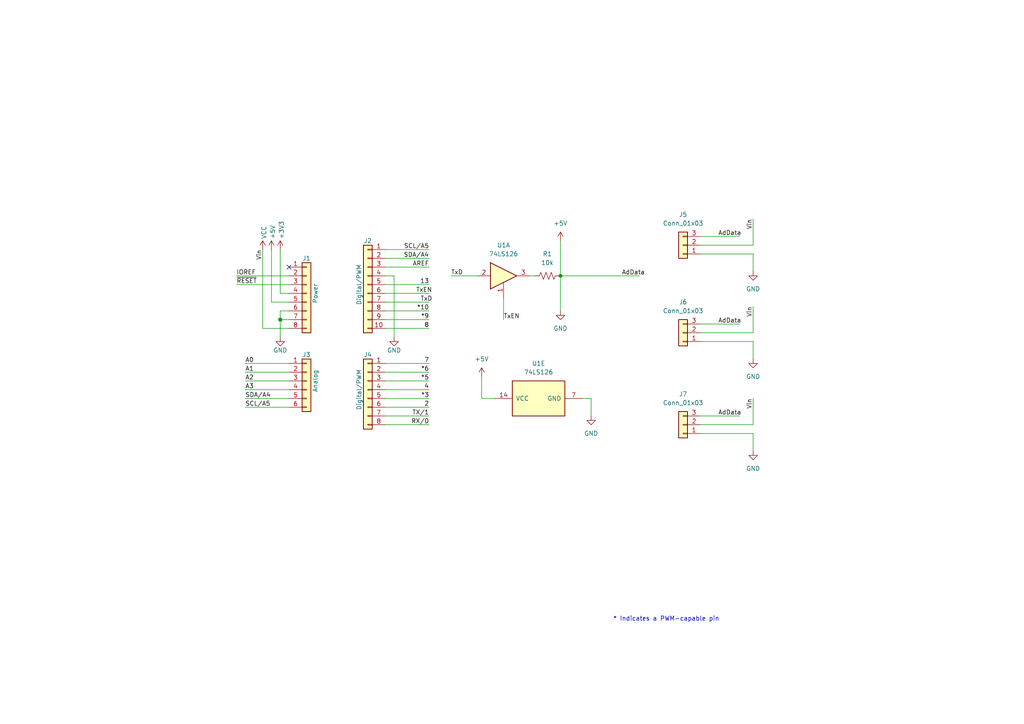
<source format=kicad_sch>
(kicad_sch (version 20211123) (generator eeschema)
  (paper "A4")
  (title_block (date "mar. 31 mars 2015"))
  (lib_symbols
    (symbol "74xx:74LS126" (pin_names (offset 1.016))
      (property "Reference" "U" (at 0 1.27 0))
      (property "Value" "74LS126" (at 0 -1.27 0))
      (symbol "74LS126_1_0"
        (polyline (pts (xy -3.81 3.81) (xy -3.81 -3.81) (xy 3.81 0) (xy -3.81 3.81)) (stroke (width 0.254)) (fill (type background)))
        (pin input line (at 0 -6.35 90) (length 4.445) (name "~") (number "1"))
        (pin input line (at -7.62 0 0) (length 3.81) (name "~") (number "2"))
        (pin tri_state line (at 7.62 0 180) (length 3.81) (name "~") (number "3"))
      )
      (symbol "74LS126_2_0"
        (polyline (pts (xy -3.81 3.81) (xy -3.81 -3.81) (xy 3.81 0) (xy -3.81 3.81)) (stroke (width 0.254)) (fill (type background)))
        (pin input line (at 0 -6.35 90) (length 4.445) (name "~") (number "4"))
        (pin input line (at -7.62 0 0) (length 3.81) (name "~") (number "5"))
        (pin tri_state line (at 7.62 0 180) (length 3.81) (name "~") (number "6"))
      )
      (symbol "74LS126_3_0"
        (polyline (pts (xy -3.81 3.81) (xy -3.81 -3.81) (xy 3.81 0) (xy -3.81 3.81)) (stroke (width 0.254)) (fill (type background)))
        (pin input line (at 0 -6.35 90) (length 4.445) (name "~") (number "10"))
        (pin tri_state line (at 7.62 0 180) (length 3.81) (name "~") (number "8"))
        (pin input line (at -7.62 0 0) (length 3.81) (name "~") (number "9"))
      )
      (symbol "74LS126_4_0"
        (polyline (pts (xy -3.81 3.81) (xy -3.81 -3.81) (xy 3.81 0) (xy -3.81 3.81)) (stroke (width 0.254)) (fill (type background)))
        (pin tri_state line (at 7.62 0 180) (length 3.81) (name "~") (number "11"))
        (pin input line (at -7.62 0 0) (length 3.81) (name "~") (number "12"))
        (pin input line (at 0 -6.35 90) (length 4.445) (name "~") (number "13"))
      )
      (symbol "74LS126_5_0"
        (pin power_in line (at 0 12.7 270) (length 5.08) (name "VCC") (number "14"))
        (pin power_in line (at 0 -12.7 90) (length 5.08) (name "GND") (number "7"))
      )
      (symbol "74LS126_5_1"
        (rectangle (start -5.08 7.62) (end 5.08 -7.62) (stroke (width 0.254)) (fill (type background)))
      )
    )
    (symbol "Connector_Generic:Conn_01x03" (pin_names (offset 1.016) hide)
      (property "Reference" "J" (at 0 5.08 0))
      (property "Value" "Conn_01x03" (at 0 -5.08 0))
      (symbol "Conn_01x03_1_1"
        (rectangle (start -1.27 -2.413) (end 0 -2.667) (stroke (width 0.1524)))
        (rectangle (start -1.27 0.127) (end 0 -0.127) (stroke (width 0.1524)))
        (rectangle (start -1.27 2.667) (end 0 2.413) (stroke (width 0.1524)))
        (rectangle (start -1.27 3.81) (end 1.27 -3.81) (stroke (width 0.254)) (fill (type background)))
        (pin passive line (at -5.08 2.54 0) (length 3.81) (name "Pin_1") (number "1"))
        (pin passive line (at -5.08 0 0) (length 3.81) (name "Pin_2") (number "2"))
        (pin passive line (at -5.08 -2.54 0) (length 3.81) (name "Pin_3") (number "3"))
      )
    )
    (symbol "Connector_Generic:Conn_01x06" (pin_names (offset 1.016) hide)
      (property "Reference" "J" (at 0 7.62 0))
      (property "Value" "Conn_01x06" (at 0 -10.16 0))
      (symbol "Conn_01x06_1_1"
        (rectangle (start -1.27 -7.493) (end 0 -7.747) (stroke (width 0.1524)))
        (rectangle (start -1.27 -4.953) (end 0 -5.207) (stroke (width 0.1524)))
        (rectangle (start -1.27 -2.413) (end 0 -2.667) (stroke (width 0.1524)))
        (rectangle (start -1.27 0.127) (end 0 -0.127) (stroke (width 0.1524)))
        (rectangle (start -1.27 2.667) (end 0 2.413) (stroke (width 0.1524)))
        (rectangle (start -1.27 5.207) (end 0 4.953) (stroke (width 0.1524)))
        (rectangle (start -1.27 6.35) (end 1.27 -8.89) (stroke (width 0.254)) (fill (type background)))
        (pin passive line (at -5.08 5.08 0) (length 3.81) (name "Pin_1") (number "1"))
        (pin passive line (at -5.08 2.54 0) (length 3.81) (name "Pin_2") (number "2"))
        (pin passive line (at -5.08 0 0) (length 3.81) (name "Pin_3") (number "3"))
        (pin passive line (at -5.08 -2.54 0) (length 3.81) (name "Pin_4") (number "4"))
        (pin passive line (at -5.08 -5.08 0) (length 3.81) (name "Pin_5") (number "5"))
        (pin passive line (at -5.08 -7.62 0) (length 3.81) (name "Pin_6") (number "6"))
      )
    )
    (symbol "Connector_Generic:Conn_01x08" (pin_names (offset 1.016) hide)
      (property "Reference" "J" (at 0 10.16 0))
      (property "Value" "Conn_01x08" (at 0 -12.7 0))
      (symbol "Conn_01x08_1_1"
        (rectangle (start -1.27 -10.033) (end 0 -10.287) (stroke (width 0.1524)))
        (rectangle (start -1.27 -7.493) (end 0 -7.747) (stroke (width 0.1524)))
        (rectangle (start -1.27 -4.953) (end 0 -5.207) (stroke (width 0.1524)))
        (rectangle (start -1.27 -2.413) (end 0 -2.667) (stroke (width 0.1524)))
        (rectangle (start -1.27 0.127) (end 0 -0.127) (stroke (width 0.1524)))
        (rectangle (start -1.27 2.667) (end 0 2.413) (stroke (width 0.1524)))
        (rectangle (start -1.27 5.207) (end 0 4.953) (stroke (width 0.1524)))
        (rectangle (start -1.27 7.747) (end 0 7.493) (stroke (width 0.1524)))
        (rectangle (start -1.27 8.89) (end 1.27 -11.43) (stroke (width 0.254)) (fill (type background)))
        (pin passive line (at -5.08 7.62 0) (length 3.81) (name "Pin_1") (number "1"))
        (pin passive line (at -5.08 5.08 0) (length 3.81) (name "Pin_2") (number "2"))
        (pin passive line (at -5.08 2.54 0) (length 3.81) (name "Pin_3") (number "3"))
        (pin passive line (at -5.08 0 0) (length 3.81) (name "Pin_4") (number "4"))
        (pin passive line (at -5.08 -2.54 0) (length 3.81) (name "Pin_5") (number "5"))
        (pin passive line (at -5.08 -5.08 0) (length 3.81) (name "Pin_6") (number "6"))
        (pin passive line (at -5.08 -7.62 0) (length 3.81) (name "Pin_7") (number "7"))
        (pin passive line (at -5.08 -10.16 0) (length 3.81) (name "Pin_8") (number "8"))
      )
    )
    (symbol "Connector_Generic:Conn_01x10" (pin_names (offset 1.016) hide)
      (property "Reference" "J" (at 0 12.7 0))
      (property "Value" "Conn_01x10" (at 0 -15.24 0))
      (symbol "Conn_01x10_1_1"
        (rectangle (start -1.27 -12.573) (end 0 -12.827) (stroke (width 0.1524)))
        (rectangle (start -1.27 -10.033) (end 0 -10.287) (stroke (width 0.1524)))
        (rectangle (start -1.27 -7.493) (end 0 -7.747) (stroke (width 0.1524)))
        (rectangle (start -1.27 -4.953) (end 0 -5.207) (stroke (width 0.1524)))
        (rectangle (start -1.27 -2.413) (end 0 -2.667) (stroke (width 0.1524)))
        (rectangle (start -1.27 0.127) (end 0 -0.127) (stroke (width 0.1524)))
        (rectangle (start -1.27 2.667) (end 0 2.413) (stroke (width 0.1524)))
        (rectangle (start -1.27 5.207) (end 0 4.953) (stroke (width 0.1524)))
        (rectangle (start -1.27 7.747) (end 0 7.493) (stroke (width 0.1524)))
        (rectangle (start -1.27 10.287) (end 0 10.033) (stroke (width 0.1524)))
        (rectangle (start -1.27 11.43) (end 1.27 -13.97) (stroke (width 0.254)) (fill (type background)))
        (pin passive line (at -5.08 10.16 0) (length 3.81) (name "Pin_1") (number "1"))
        (pin passive line (at -5.08 -12.7 0) (length 3.81) (name "Pin_10") (number "10"))
        (pin passive line (at -5.08 7.62 0) (length 3.81) (name "Pin_2") (number "2"))
        (pin passive line (at -5.08 5.08 0) (length 3.81) (name "Pin_3") (number "3"))
        (pin passive line (at -5.08 2.54 0) (length 3.81) (name "Pin_4") (number "4"))
        (pin passive line (at -5.08 0 0) (length 3.81) (name "Pin_5") (number "5"))
        (pin passive line (at -5.08 -2.54 0) (length 3.81) (name "Pin_6") (number "6"))
        (pin passive line (at -5.08 -5.08 0) (length 3.81) (name "Pin_7") (number "7"))
        (pin passive line (at -5.08 -7.62 0) (length 3.81) (name "Pin_8") (number "8"))
        (pin passive line (at -5.08 -10.16 0) (length 3.81) (name "Pin_9") (number "9"))
      )
    )
    (symbol "Device:R_US" (pin_numbers hide) (pin_names (offset 0))
      (property "Reference" "R" (at 2.54 0 90))
      (property "Value" "R_US" (at -2.54 0 90))
      (symbol "R_US_0_1"
        (polyline (pts (xy 0 -2.286) (xy 0 -2.54)))
        (polyline (pts (xy 0 2.286) (xy 0 2.54)))
        (polyline (pts (xy 0 -0.762) (xy 1.016 -1.143) (xy 0 -1.524) (xy -1.016 -1.905) (xy 0 -2.286)))
        (polyline (pts (xy 0 0.762) (xy 1.016 0.381) (xy 0 0) (xy -1.016 -0.381) (xy 0 -0.762)))
        (polyline (pts (xy 0 2.286) (xy 1.016 1.905) (xy 0 1.524) (xy -1.016 1.143) (xy 0 0.762)))
      )
      (symbol "R_US_1_1"
        (pin passive line (at 0 3.81 270) (length 1.27) (name "~") (number "1"))
        (pin passive line (at 0 -3.81 90) (length 1.27) (name "~") (number "2"))
      )
    )
    (symbol "power:+3V3" (power) (pin_names (offset 0))
      (property "Value" "+3V3" (at 0 3.556 0))
      (symbol "+3V3_0_1"
        (polyline (pts (xy -0.762 1.27) (xy 0 2.54)))
        (polyline (pts (xy 0 0) (xy 0 2.54)))
        (polyline (pts (xy 0 2.54) (xy 0.762 1.27)))
      )
      (symbol "+3V3_1_1"
        (pin power_in line (at 0 0 90) (length 0) hide (name "+3V3") (number "1"))
      )
    )
    (symbol "power:+5V" (power) (pin_names (offset 0))
      (property "Value" "+5V" (at 0 3.556 0))
      (symbol "+5V_0_1"
        (polyline (pts (xy -0.762 1.27) (xy 0 2.54)))
        (polyline (pts (xy 0 0) (xy 0 2.54)))
        (polyline (pts (xy 0 2.54) (xy 0.762 1.27)))
      )
      (symbol "+5V_1_1"
        (pin power_in line (at 0 0 90) (length 0) hide (name "+5V") (number "1"))
      )
    )
    (symbol "power:GND" (power) (pin_names (offset 0))
      (property "Value" "GND" (at 0 -3.81 0))
      (symbol "GND_0_1"
        (polyline (pts (xy 0 0) (xy 0 -1.27) (xy 1.27 -1.27) (xy 0 -2.54) (xy -1.27 -1.27) (xy 0 -1.27)))
      )
      (symbol "GND_1_1"
        (pin power_in line (at 0 0 270) (length 0) hide (name "GND") (number "1"))
      )
    )
    (symbol "power:VCC" (power) (pin_names (offset 0))
      (property "Value" "VCC" (at 0 3.81 0))
      (symbol "VCC_0_1"
        (polyline (pts (xy -0.762 1.27) (xy 0 2.54)))
        (polyline (pts (xy 0 0) (xy 0 2.54)))
        (polyline (pts (xy 0 2.54) (xy 0.762 1.27)))
      )
      (symbol "VCC_1_1"
        (pin power_in line (at 0 0 90) (length 0) hide (name "VCC") (number "1"))
      )
    )
  )
  (junction (at 81.28 92.71) (diameter 1.016))
  (junction (at 162.56 80.01))
  (no_connect (at 83.82 77.47))
  (wire (pts (xy 111.76 123.19) (xy 124.46 123.19)))
  (wire (pts (xy 130.81 80.01) (xy 138.43 80.01)))
  (wire (pts (xy 111.76 90.17) (xy 124.46 90.17)))
  (wire (pts (xy 218.44 99.06) (xy 218.44 104.14)))
  (wire (pts (xy 111.76 72.39) (xy 124.46 72.39)))
  (wire (pts (xy 203.2 73.66) (xy 218.44 73.66)))
  (wire (pts (xy 81.28 90.17) (xy 81.28 92.71)))
  (wire (pts (xy 71.12 118.11) (xy 83.82 118.11)))
  (wire (pts (xy 81.28 92.71) (xy 81.28 97.79)))
  (wire (pts (xy 203.2 120.65) (xy 214.63 120.65)))
  (wire (pts (xy 81.28 85.09) (xy 83.82 85.09)))
  (wire (pts (xy 78.74 87.63) (xy 83.82 87.63)))
  (wire (pts (xy 78.74 72.39) (xy 78.74 87.63)))
  (wire (pts (xy 111.76 82.55) (xy 124.46 82.55)))
  (wire (pts (xy 203.2 71.12) (xy 218.44 71.12)))
  (wire (pts (xy 81.28 72.39) (xy 81.28 85.09)))
  (wire (pts (xy 111.76 105.41) (xy 124.46 105.41)))
  (wire (pts (xy 218.44 73.66) (xy 218.44 78.74)))
  (wire (pts (xy 83.82 105.41) (xy 71.12 105.41)))
  (wire (pts (xy 218.44 123.19) (xy 218.44 115.57)))
  (wire (pts (xy 203.2 123.19) (xy 218.44 123.19)))
  (wire (pts (xy 111.76 85.09) (xy 124.46 85.09)))
  (wire (pts (xy 111.76 107.95) (xy 124.46 107.95)))
  (wire (pts (xy 203.2 93.98) (xy 214.63 93.98)))
  (wire (pts (xy 203.2 99.06) (xy 218.44 99.06)))
  (wire (pts (xy 203.2 96.52) (xy 218.44 96.52)))
  (wire (pts (xy 143.51 115.57) (xy 139.7 115.57)))
  (wire (pts (xy 139.7 115.57) (xy 139.7 109.22)))
  (wire (pts (xy 111.76 92.71) (xy 124.46 92.71)))
  (wire (pts (xy 203.2 125.73) (xy 218.44 125.73)))
  (wire (pts (xy 111.76 113.03) (xy 124.46 113.03)))
  (wire (pts (xy 68.58 80.01) (xy 83.82 80.01)))
  (wire (pts (xy 162.56 80.01) (xy 162.56 90.17)))
  (wire (pts (xy 218.44 125.73) (xy 218.44 130.81)))
  (wire (pts (xy 168.91 115.57) (xy 171.45 115.57)))
  (wire (pts (xy 114.3 80.01) (xy 114.3 97.79)))
  (wire (pts (xy 111.76 77.47) (xy 124.46 77.47)))
  (wire (pts (xy 162.56 80.01) (xy 185.42 80.01)))
  (wire (pts (xy 83.82 110.49) (xy 71.12 110.49)))
  (wire (pts (xy 68.58 82.55) (xy 83.82 82.55)))
  (wire (pts (xy 83.82 92.71) (xy 81.28 92.71)))
  (wire (pts (xy 146.05 86.36) (xy 146.05 92.71)))
  (wire (pts (xy 83.82 95.25) (xy 76.2 95.25)))
  (wire (pts (xy 71.12 107.95) (xy 83.82 107.95)))
  (wire (pts (xy 162.56 69.85) (xy 162.56 80.01)))
  (wire (pts (xy 203.2 68.58) (xy 214.63 68.58)))
  (wire (pts (xy 218.44 71.12) (xy 218.44 63.5)))
  (wire (pts (xy 111.76 80.01) (xy 114.3 80.01)))
  (wire (pts (xy 83.82 90.17) (xy 81.28 90.17)))
  (wire (pts (xy 111.76 87.63) (xy 124.46 87.63)))
  (wire (pts (xy 111.76 110.49) (xy 124.46 110.49)))
  (wire (pts (xy 71.12 113.03) (xy 83.82 113.03)))
  (wire (pts (xy 153.67 80.01) (xy 154.94 80.01)))
  (wire (pts (xy 111.76 74.93) (xy 124.46 74.93)))
  (wire (pts (xy 111.76 118.11) (xy 124.46 118.11)))
  (wire (pts (xy 111.76 115.57) (xy 124.46 115.57)))
  (wire (pts (xy 218.44 96.52) (xy 218.44 88.9)))
  (wire (pts (xy 171.45 115.57) (xy 171.45 120.65)))
  (wire (pts (xy 111.76 120.65) (xy 124.46 120.65)))
  (wire (pts (xy 76.2 95.25) (xy 76.2 72.39)))
  (wire (pts (xy 83.82 115.57) (xy 71.12 115.57)))
  (wire (pts (xy 111.76 95.25) (xy 124.46 95.25)))
  (text "* Indicates a PWM-capable pin" (at 177.8 180.34 0) (effects (font (size 1.27 1.27)) (justify left bottom)))
  (label "RX{slash}0" (at 124.46 123.19 180))
  (label "Vin" (at 218.44 63.5 270))
  (label "A2" (at 71.12 110.49 0))
  (label "TxEN" (at 146.05 92.71 0))
  (label "4" (at 124.46 113.03 180))
  (label "AdData" (at 208.28 120.65 0))
  (label "TxD" (at 121.92 87.63 0))
  (label "2" (at 124.46 118.11 180))
  (label "A3" (at 71.12 113.03 0))
  (label "13" (at 124.46 82.55 180))
  (label "~{RESET}" (at 68.58 82.55 0))
  (label "*10" (at 124.46 90.17 180))
  (label "AdData" (at 180.34 80.01 0))
  (label "AdData" (at 208.28 93.98 0))
  (label "7" (at 124.46 105.41 180))
  (label "SDA{slash}A4" (at 124.46 74.93 180))
  (label "8" (at 124.46 95.25 180))
  (label "*3" (at 124.46 115.57 180))
  (label "TxEN" (at 120.65 85.09 0))
  (label "A1" (at 71.12 107.95 0))
  (label "TX{slash}1" (at 124.46 120.65 180))
  (label "A0" (at 71.12 105.41 0))
  (label "AREF" (at 124.46 77.47 180))
  (label "Vin" (at 76.2 72.39 270))
  (label "Vin" (at 218.44 115.57 270))
  (label "*6" (at 124.46 107.95 180))
  (label "SCL{slash}A5" (at 124.46 72.39 180))
  (label "*9" (at 124.46 92.71 180))
  (label "*5" (at 124.46 110.49 180))
  (label "TxD" (at 130.81 80.01 0))
  (label "IOREF" (at 68.58 80.01 0))
  (label "SDA{slash}A4" (at 71.12 115.57 0))
  (label "SCL{slash}A5" (at 71.12 118.11 0))
  (label "Vin" (at 218.44 88.9 270))
  (label "AdData" (at 208.28 68.58 0))
  (symbol (lib_id "Connector_Generic:Conn_01x08") (at 88.9 85.09 0) (unit 1)
    (property "Reference" "J1" (at 88.9 74.93 0))
    (property "Value" "Power" (at 91.44 85.09 90))
    (property "Footprint" "Connector_PinSocket_2.54mm:PinSocket_1x08_P2.54mm_Vertical" (effects hide))
  )
  (symbol (lib_id "power:+3V3") (at 81.28 72.39 0) (unit 1)
    (property "Reference" "#PWR03" (effects hide))
    (property "Value" "+3.3V" (at 81.661 69.342 90) (effects (justify left)))
  )
  (symbol (lib_id "power:+5V") (at 78.74 72.39 0) (unit 1)
    (property "Reference" "#PWR02" (effects hide))
    (property "Value" "+5V" (at 79.0956 69.342 90) (effects (justify left)))
  )
  (symbol (lib_id "power:GND") (at 81.28 97.79 0) (unit 1)
    (property "Reference" "#PWR04" (effects hide))
    (property "Value" "GND" (at 81.28 101.6 0))
  )
  (symbol (lib_id "Connector_Generic:Conn_01x10") (at 106.68 82.55 0) (mirror y) (unit 1)
    (property "Reference" "J2" (at 106.68 69.85 0))
    (property "Value" "Digital/PWM" (at 104.14 82.55 90))
    (property "Footprint" "Connector_PinSocket_2.54mm:PinSocket_1x10_P2.54mm_Vertical" (effects hide))
  )
  (symbol (lib_id "power:GND") (at 114.3 97.79 0) (unit 1)
    (property "Reference" "#PWR05" (effects hide))
    (property "Value" "GND" (at 114.3 101.6 0))
  )
  (symbol (lib_id "Connector_Generic:Conn_01x06") (at 88.9 110.49 0) (unit 1)
    (property "Reference" "J3" (at 88.9 102.87 0))
    (property "Value" "Analog" (at 91.44 110.49 90))
    (property "Footprint" "Connector_PinSocket_2.54mm:PinSocket_1x06_P2.54mm_Vertical" (effects hide))
  )
  (symbol (lib_id "Connector_Generic:Conn_01x08") (at 106.68 113.03 0) (mirror y) (unit 1)
    (property "Reference" "J4" (at 106.68 102.87 0))
    (property "Value" "Digital/PWM" (at 104.14 113.03 90))
    (property "Footprint" "Connector_PinSocket_2.54mm:PinSocket_1x08_P2.54mm_Vertical" (effects hide))
  )
  (symbol (lib_id "power:GND") (at 162.56 90.17 0) (unit 1)
    (property "Reference" "#PWR08" (effects hide))
    (property "Value" "GND" (at 162.56 95.25 0))
  )
  (symbol (lib_id "Connector_Generic:Conn_01x03") (at 198.12 123.19 180) (unit 1)
    (property "Reference" "J7" (at 198.12 114.3 0))
    (property "Value" "Conn_01x03" (at 198.12 116.84 0))
    (property "Footprint" "Connector_Molex:Molex_SPOX_5267-03A_1x03_P2.50mm_Vertical" (effects hide))
  )
  (symbol (lib_id "Connector_Generic:Conn_01x03") (at 198.12 96.52 180) (unit 1)
    (property "Reference" "J6" (at 198.12 87.63 0))
    (property "Value" "Conn_01x03" (at 198.12 90.17 0))
    (property "Footprint" "Connector_Molex:Molex_SPOX_5267-03A_1x03_P2.50mm_Vertical" (effects hide))
  )
  (symbol (lib_id "power:VCC") (at 76.2 72.39 0) (unit 1)
    (property "Reference" "#PWR01" (effects hide))
    (property "Value" "VCC" (at 76.581 69.342 90) (effects (justify left)))
  )
  (symbol (lib_id "power:GND") (at 218.44 104.14 0) (unit 1)
    (property "Reference" "#PWR013" (effects hide))
    (property "Value" "GND" (at 218.44 109.22 0))
  )
  (symbol (lib_id "power:+5V") (at 162.56 69.85 0) (unit 1)
    (property "Reference" "#PWR07" (effects hide))
    (property "Value" "+5V" (at 162.56 64.77 0))
  )
  (symbol (lib_id "74xx:74LS126") (at 146.05 80.01 0) (unit 1)
    (property "Reference" "U1" (at 146.05 71.12 0))
    (property "Value" "74LS126" (at 146.05 73.66 0))
    (property "Footprint" "Package_DIP:DIP-14_W7.62mm" (effects hide))
    (property "Datasheet" "http://www.ti.com/lit/gpn/sn74LS126" (effects hide))
  )
  (symbol (lib_id "power:GND") (at 218.44 78.74 0) (unit 1)
    (property "Reference" "#PWR011" (effects hide))
    (property "Value" "GND" (at 218.44 83.82 0))
  )
  (symbol (lib_id "Device:R_US") (at 158.75 80.01 90) (unit 1)
    (property "Reference" "R1" (at 158.75 73.66 90))
    (property "Value" "10k" (at 158.75 76.2 90))
    (property "Footprint" "Resistor_THT:R_Axial_DIN0207_L6.3mm_D2.5mm_P7.62mm_Horizontal" (effects hide))
  )
  (symbol (lib_id "power:+5V") (at 139.7 109.22 0) (unit 1)
    (property "Reference" "#PWR06" (effects hide))
    (property "Value" "+5V" (at 139.7 104.14 0))
  )
  (symbol (lib_id "74xx:74LS126") (at 156.21 115.57 90) (unit 5)
    (property "Reference" "U1" (at 156.21 105.41 90))
    (property "Value" "74LS126" (at 156.21 107.95 90))
    (property "Footprint" "Package_DIP:DIP-14_W7.62mm" (effects hide))
    (property "Datasheet" "http://www.ti.com/lit/gpn/sn74LS126" (effects hide))
  )
  (symbol (lib_id "power:GND") (at 218.44 130.81 0) (unit 1)
    (property "Reference" "#PWR015" (effects hide))
    (property "Value" "GND" (at 218.44 135.89 0))
  )
  (symbol (lib_id "power:GND") (at 171.45 120.65 0) (unit 1)
    (property "Reference" "#PWR09" (effects hide))
    (property "Value" "GND" (at 171.45 125.73 0))
  )
  (symbol (lib_id "Connector_Generic:Conn_01x03") (at 198.12 71.12 180) (unit 1)
    (property "Reference" "J5" (at 198.12 62.23 0))
    (property "Value" "Conn_01x03" (at 198.12 64.77 0))
    (property "Footprint" "Connector_Molex:Molex_SPOX_5267-03A_1x03_P2.50mm_Vertical" (effects hide))
  )
)
</source>
